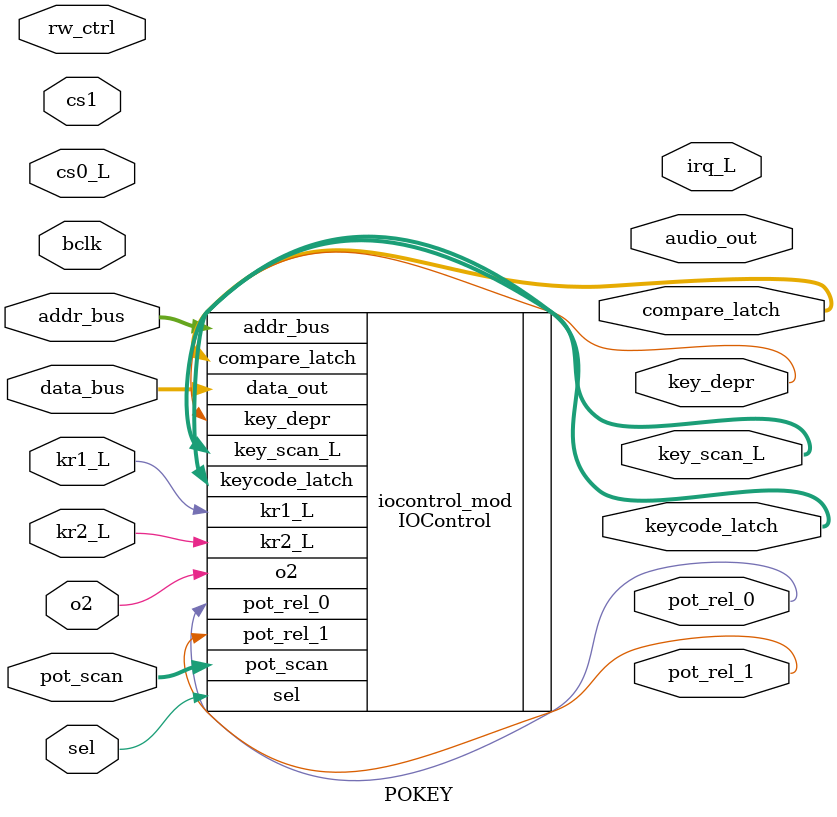
<source format=v>
/* 
 *  Top module for POKEY chip 
 *  Created: 19 Oct 2014
 *
 */
 
`include "IOControl.v"

module POKEY (o2, cs0_L, cs1, rw_ctrl, pot_scan, kr1_L, kr2_L, addr_bus, sel, key_scan_L, irq_L, audio_out, pot_rel_0, pot_rel_1, compare_latch, keycode_latch, key_depr, data_bus, bclk);
    
    //use the pinout to decide what inputs/outputs POKEY should have 
    //need to be careful about timing issues especially when polling..
    
    input o2; //phase 2 clock

    input cs0_L, cs1, rw_ctrl; //chip select and R/W control

    input [7:0] pot_scan; //potentiometer scan

    input kr1_L, kr2_L; //indicates the value of key being pressed

    input [3:0] addr_bus; //what is this addr_bus for? the place in mem to write to/read from
    input sel;
    
    // output oclk; //serial output clock
    output [3:0] key_scan_L; //0 - 15, which key do we want to scan? BINARY. 
    output irq_L; //interrupt request
    output audio_out; //for audio generation chip
	 output pot_rel_0, pot_rel_1;
	 output [3:0] compare_latch;
	 output [3:0] keycode_latch;
	 output key_depr;
    
    inout [7:0] data_bus; //keycode latch values are output here too
    inout bclk;//bidirection clock
	 
	 //wire o2, cs0_L, cs1, rw_ctrl;
	 //wire 

    
    
    IOControl iocontrol_mod(.o2(o2), .pot_scan(pot_scan), .kr1_L(kr1_L), .kr2_L(kr2_L), .addr_bus(addr_bus), .sel(sel), .key_scan_L(key_scan_L), .data_out(data_bus), .pot_rel_0(pot_rel_0), .pot_rel_1(pot_rel_1), .compare_latch(compare_latch), .keycode_latch(keycode_latch), .key_depr(key_depr));
	 
	 
    
    

endmodule

</source>
